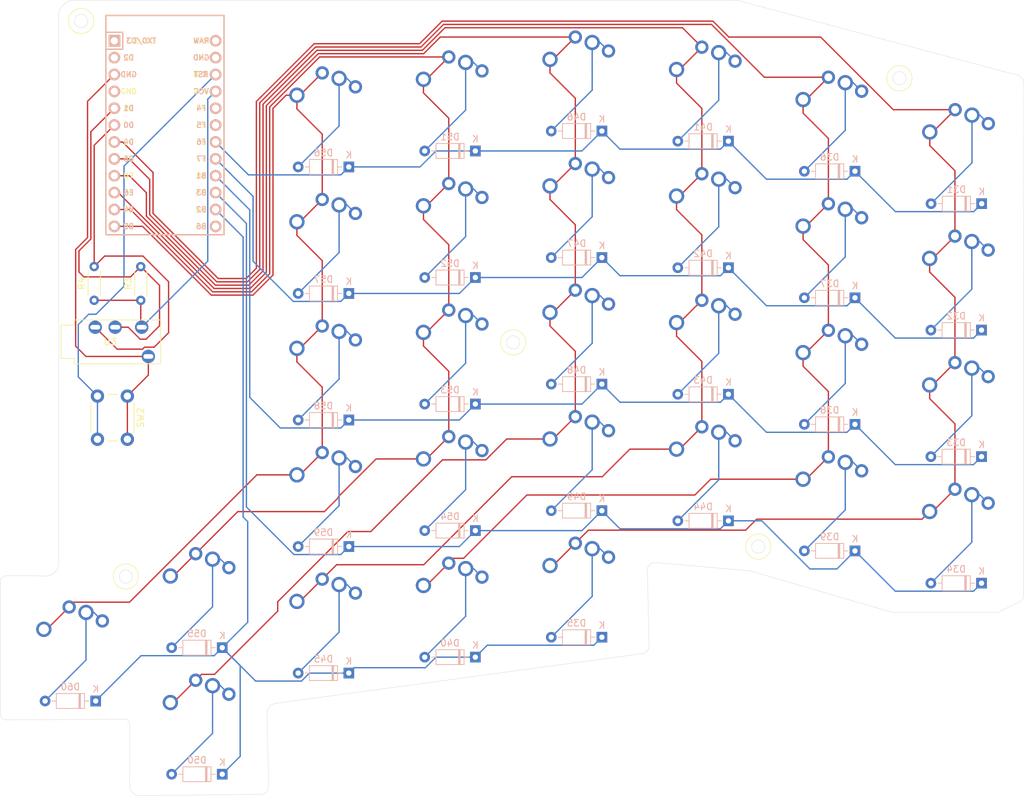
<source format=kicad_pcb>
(kicad_pcb (version 20241229) (generator "pcbnew") (generator_version "9.0")
  (layers (0 "F.Cu" signal) (2 "B.Cu" signal) (13 "F.Paste" user) (15 "B.Paste" user) (5 "F.SilkS" user "F.Silkscreen") (7 "B.SilkS" user "B.Silkscreen") (1 "F.Mask" user) (3 "B.Mask" user) (25 "Edge.Cuts" user))
  (net 0 "")
  (net 1 "R Row 0")
  (net 2 "Net-(D31-A)")
  (net 3 "Net-(D32-A)")
  (net 4 "R Row 1")
  (net 5 "Net-(D33-A)")
  (net 6 "R Row 2")
  (net 7 "R Row 3")
  (net 8 "Net-(D34-A)")
  (net 9 "R Row 4")
  (net 10 "Net-(D35-A)")
  (net 11 "Net-(D36-A)")
  (net 12 "Net-(D37-A)")
  (net 13 "Net-(D38-A)")
  (net 14 "Net-(D39-A)")
  (net 15 "Net-(D40-A)")
  (net 16 "Net-(D41-A)")
  (net 17 "Net-(D42-A)")
  (net 18 "Net-(D43-A)")
  (net 19 "Net-(D44-A)")
  (net 20 "Net-(D45-A)")
  (net 21 "Net-(D46-A)")
  (net 22 "Net-(D47-A)")
  (net 23 "Net-(D48-A)")
  (net 24 "Net-(D49-A)")
  (net 25 "Net-(D50-A)")
  (net 26 "Net-(D51-A)")
  (net 27 "Net-(D52-A)")
  (net 28 "Net-(D53-A)")
  (net 29 "Net-(D54-A)")
  (net 30 "Net-(D55-A)")
  (net 31 "Net-(D56-A)")
  (net 32 "Net-(D57-A)")
  (net 33 "Net-(D58-A)")
  (net 34 "Net-(D59-A)")
  (net 35 "Net-(D60-A)")
  (net 36 "R Ring2")
  (net 37 "R Ring1")
  (net 38 "R Col 0")
  (net 39 "R Col 1")
  (net 40 "R Col 2")
  (net 41 "R Col 3")
  (net 42 "R Col 4")
  (net 43 "R Col 5")
  (net 44 "R GND")
  (net 45 "R RST")
  (net 53 "R VCC")
  (footprint "PCM_marbastlib-xp-choc:SW_choc_MxCombo_1u" (layer "F.Cu") (at 185.9121 50.596976)
    (property "Reference" "S36" (hide yes))
    (property "Value" "Keyswitch")
  )
  (footprint "PCM_marbastlib-xp-choc:SW_choc_MxCombo_1u" (layer "F.Cu") (at 109.7121 68.996976)
    (property "Reference" "S57" (hide yes))
    (property "Value" "Keyswitch")
  )
  (footprint "PCM_marbastlib-xp-choc:SW_choc_MxCombo_1u" (layer "F.Cu") (at 109.7121 49.946976)
    (property "Reference" "S56" (hide yes))
    (property "Value" "Keyswitch")
  )
  (footprint "PCM_marbastlib-xp-choc:SW_choc_MxCombo_1u" (layer "F.Cu") (at 166.8621 65.121976)
    (property "Reference" "S42" (hide yes))
    (property "Value" "Keyswitch")
  )
  (footprint "PCM_marbastlib-xp-choc:SW_choc_MxCombo_1u" (layer "F.Cu") (at 128.7621 47.546976)
    (property "Reference" "S51" (hide yes))
    (property "Value" "Keyswitch")
  )
  (footprint "PCM_marbastlib-xp-choc:SW_choc_MxCombo_1u" (layer "F.Cu") (at 109.7121 107.096976)
    (property "Reference" "S59" (hide yes))
    (property "Value" "Keyswitch")
  )
  (footprint "PCM_marbastlib-xp-choc:SW_choc_MxCombo_1u" (layer "F.Cu") (at 204.9621 112.612788)
    (property "Reference" "S34" (hide yes))
    (property "Value" "Keyswitch")
  )
  (footprint "PCM_marbastlib-xp-choc:SW_choc_MxCombo_1u" (layer "F.Cu") (at 185.9121 69.646976)
    (property "Reference" "S37" (hide yes))
    (property "Value" "Keyswitch")
  )
  (footprint "PCM_marbastlib-xp-choc:SW_choc_MxCombo_1u" (layer "F.Cu") (at 204.987099 55.481164)
    (property "Reference" "S31" (hide yes))
    (property "Value" "Keyswitch")
  )
  (footprint "PCM_marbastlib-xp-choc:SW_choc_MxCombo_1u" (layer "F.Cu") (at 128.7621 85.646976)
    (property "Reference" "S53" (hide yes))
    (property "Value" "Keyswitch")
  )
  (footprint "Resistor_THT:R_Axial_DIN0204_L3.6mm_D1.6mm_P5.08mm_Horizontal" (layer "F.Cu") (at 75.38345 78.276189 90)
    (property "Reference" "R4")
    (property "Value" "R")
  )
  (footprint "PCM_marbastlib-xp-choc:SW_choc_MxCombo_1u" (layer "F.Cu") (at 90.6621 122.321976)
    (property "Reference" "S55" (hide yes))
    (property "Value" "Keyswitch")
  )
  (footprint "PCM_marbastlib-xp-choc:SW_choc_MxCombo_1u" (layer "F.Cu") (at 147.8121 82.646976)
    (property "Reference" "S48" (hide yes))
    (property "Value" "Keyswitch")
  )
  (footprint "PCM_marbastlib-xp-choc:SW_choc_MxCombo_1u" (layer "F.Cu") (at 128.7621 66.596976)
    (property "Reference" "S52" (hide yes))
    (property "Value" "Keyswitch")
  )
  (footprint "PCM_marbastlib-xp-choc:SW_choc_MxCombo_1u" (layer "F.Cu") (at 147.8121 120.746976)
    (property "Reference" "S35" (hide yes))
    (property "Value" "Keyswitch")
  )
  (footprint "PCM_marbastlib-xp-choc:SW_choc_MxCombo_1u" (layer "F.Cu") (at 166.8621 46.071976)
    (property "Reference" "S41" (hide yes))
    (property "Value" "Keyswitch")
  )
  (footprint "PCM_marbastlib-xp-choc:SW_choc_MxCombo_1u" (layer "F.Cu") (at 109.7121 88.046976)
    (property "Reference" "S58" (hide yes))
    (property "Value" "Keyswitch")
  )
  (footprint "Resistor_THT:R_Axial_DIN0204_L3.6mm_D1.6mm_P5.08mm_Horizontal" (layer "F.Cu") (at 82.39345 78.286189 90)
    (property "Reference" "R3")
    (property "Value" "R")
  )
  (footprint "PCM_marbastlib-xp-choc:SW_choc_MxCombo_1u" (layer "F.Cu") (at 109.7121 126.146976)
    (property "Reference" "S45" (hide yes))
    (property "Value" "Keyswitch")
  )
  (footprint "PCM_marbastlib-xp-choc:SW_choc_MxCombo_1u" (layer "F.Cu") (at 147.8121 63.596976)
    (property "Reference" "S47" (hide yes))
    (property "Value" "Keyswitch")
  )
  (footprint "PCM_marbastlib-xp-choc:SW_choc_MxCombo_1u" (layer "F.Cu") (at 166.8621 84.171976)
    (property "Reference" "S43" (hide yes))
    (property "Value" "Keyswitch")
  )
  (footprint "PCM_marbastlib-xp-choc:SW_choc_MxCombo_1u" (layer "F.Cu") (at 71.6121 130.346976)
    (property "Reference" "S60" (hide yes))
    (property "Value" "Keyswitch")
  )
  (footprint "ScottoKeebs_MCU:Arduino_Pro_Micro" (layer "F.Cu") (at 86.0371 53.176101)
    (property "Reference" "U4" (hide yes))
    (property "Value" "Arduino_Pro_Micro" (hide yes))
  )
  (footprint "PCM_marbastlib-xp-choc:SW_choc_MxCombo_1u" (layer "F.Cu") (at 128.7621 104.696976)
    (property "Reference" "S54" (hide yes))
    (property "Value" "Keyswitch")
  )
  (footprint "PCM_marbastlib-xp-choc:SW_choc_MxCombo_1u" (layer "F.Cu") (at 147.8121 101.696976)
    (property "Reference" "S49" (hide yes))
    (property "Value" "Keyswitch")
  )
  (footprint "PCM_marbastlib-xp-choc:SW_choc_MxCombo_1u" (layer "F.Cu") (at 166.8621 103.221976)
    (property "Reference" "S44" (hide yes))
    (property "Value" "Keyswitch")
  )
  (footprint "PCM_marbastlib-xp-choc:SW_choc_MxCombo_1u" (layer "F.Cu") (at 185.9121 88.696976)
    (property "Reference" "S38" (hide yes))
    (property "Value" "Keyswitch")
  )
  (footprint "Button_Switch_THT:SW_PUSH_6mm" (layer "F.Cu") (at 80.37845 92.696189 -90)
    (property "Reference" "SW2")
    (property "Value" "SW_Push")
  )
  (footprint "I2C:PJ-320A" (layer "F.Cu") (at 70.38845 82.330039)
    (property "Reference" "U3")
    (property "Value" "PJ-320A")
  )
  (footprint "PCM_marbastlib-xp-choc:SW_choc_MxCombo_1u" (layer "F.Cu") (at 204.9621 74.512788)
    (property "Reference" "S32" (hide yes))
    (property "Value" "Keyswitch")
  )
  (footprint "PCM_marbastlib-xp-choc:SW_choc_MxCombo_1u" (layer "F.Cu") (at 185.9121 107.746976)
    (property "Reference" "S39" (hide yes))
    (property "Value" "Keyswitch")
  )
  (footprint "PCM_marbastlib-xp-choc:SW_choc_MxCombo_1u" (layer "F.Cu") (at 128.7621 123.746976)
    (property "Reference" "S40" (hide yes))
    (property "Value" "Keyswitch")
  )
  (footprint "PCM_marbastlib-xp-choc:SW_choc_MxCombo_1u" (layer "F.Cu") (at 147.8121 44.546976)
    (property "Reference" "S46" (hide yes))
    (property "Value" "Keyswitch")
  )
  (footprint "PCM_marbastlib-xp-choc:SW_choc_MxCombo_1u" (layer "F.Cu") (at 204.9621 93.562788)
    (property "Reference" "S33" (hide yes))
    (property "Value" "Keyswitch")
  )
  (footprint "PCM_marbastlib-xp-choc:SW_choc_MxCombo_1u" (layer "F.Cu") (at 90.6621 141.371976)
    (property "Reference" "S50" (hide yes))
    (property "Value" "Keyswitch")
  )
  (footprint "Diode_THT:D_DO-35_SOD27_P7.62mm_Horizontal" (layer "B.Cu") (at 113.7121 58.196976 180)
    (property "Reference" "D56")
    (property "Value" "Diode")
  )
  (footprint "Diode_THT:D_DO-35_SOD27_P7.62mm_Horizontal" (layer "B.Cu") (at 170.8621 92.421976 180)
    (property "Reference" "D43")
    (property "Value" "Diode")
  )
  (footprint "Diode_THT:D_DO-35_SOD27_P7.62mm_Horizontal" (layer "B.Cu") (at 189.9121 96.946976 180)
    (property "Reference" "D38")
    (property "Value" "Diode")
  )
  (footprint "Diode_THT:D_DO-35_SOD27_P7.62mm_Horizontal" (layer "B.Cu") (at 208.9621 101.812788 180)
    (property "Reference" "D33")
    (property "Value" "Diode")
  )
  (footprint "Diode_THT:D_DO-35_SOD27_P7.62mm_Horizontal" (layer "B.Cu") (at 170.8621 54.321976 180)
    (property "Reference" "D41")
    (property "Value" "Diode")
  )
  (footprint "Diode_THT:D_DO-35_SOD27_P7.62mm_Horizontal" (layer "B.Cu") (at 94.6621 130.571976 180)
    (property "Reference" "D55")
    (property "Value" "Diode")
  )
  (footprint "Diode_THT:D_DO-35_SOD27_P7.62mm_Horizontal" (layer "B.Cu") (at 94.6621 149.621976 180)
    (property "Reference" "D50")
    (property "Value" "Diode")
  )
  (footprint "Diode_THT:D_DO-35_SOD27_P7.62mm_Horizontal" (layer "B.Cu") (at 113.7121 96.296976 180)
    (property "Reference" "D58")
    (property "Value" "Diode")
  )
  (footprint "Diode_THT:D_DO-35_SOD27_P7.62mm_Horizontal" (layer "B.Cu") (at 132.7621 112.946976 180)
    (property "Reference" "D54")
    (property "Value" "Diode")
  )
  (footprint "Diode_THT:D_DO-35_SOD27_P7.62mm_Horizontal" (layer "B.Cu") (at 189.9121 115.996976 180)
    (property "Reference" "D39")
    (property "Value" "Diode")
  )
  (footprint "Diode_THT:D_DO-35_SOD27_P7.62mm_Horizontal" (layer "B.Cu") (at 189.9121 58.846976 180)
    (property "Reference" "D36")
    (property "Value" "Diode")
  )
  (footprint "Diode_THT:D_DO-35_SOD27_P7.62mm_Horizontal" (layer "B.Cu") (at 151.8121 52.796976 180)
    (property "Reference" "D46")
    (property "Value" "Diode")
  )
  (footprint "Diode_THT:D_DO-35_SOD27_P7.62mm_Horizontal" (layer "B.Cu") (at 113.7121 115.346976 180)
    (property "Reference" "D59")
    (property "Value" "Diode")
  )
  (footprint "Diode_THT:D_DO-35_SOD27_P7.62mm_Horizontal" (layer "B.Cu") (at 151.8121 128.996976 180)
    (property "Reference" "D35")
    (property "Value" "Diode")
  )
  (footprint "Diode_THT:D_DO-35_SOD27_P7.62mm_Horizontal" (layer "B.Cu") (at 151.8121 90.896976 180)
    (property "Reference" "D48")
    (property "Value" "Diode")
  )
  (footprint "Diode_THT:D_DO-35_SOD27_P7.62mm_Horizontal" (layer "B.Cu") (at 170.8621 73.371976 180)
    (property "Reference" "D42")
    (property "Value" "Diode")
  )
  (footprint "Diode_THT:D_DO-35_SOD27_P7.62mm_Horizontal" (layer "B.Cu") (at 189.9121 77.896976 180)
    (property "Reference" "D37")
    (property "Value" "Diode")
  )
  (footprint "Diode_THT:D_DO-35_SOD27_P7.62mm_Horizontal" (layer "B.Cu") (at 113.7121 134.396976 180)
    (property "Reference" "D45")
    (property "Value" "Diode")
  )
  (footprint "Diode_THT:D_DO-35_SOD27_P7.62mm_Horizontal" (layer "B.Cu") (at 132.7621 74.846976 180)
    (property "Reference" "D52")
    (property "Value" "Diode")
  )
  (footprint "Diode_THT:D_DO-35_SOD27_P7.62mm_Horizontal" (layer "B.Cu") (at 208.9621 82.762788 180)
    (property "Reference" "D32")
    (property "Value" "Diode")
  )
  (footprint "Diode_THT:D_DO-35_SOD27_P7.62mm_Horizontal" (layer "B.Cu") (at 132.7621 93.896976 180)
    (property "Reference" "D53")
    (property "Value" "Diode")
  )
  (footprint "Diode_THT:D_DO-35_SOD27_P7.62mm_Horizontal" (layer "B.Cu") (at 132.7621 131.996976 180)
    (property "Reference" "D40")
    (property "Value" "Diode")
  )
  (footprint "Diode_THT:D_DO-35_SOD27_P7.62mm_Horizontal" (layer "B.Cu") (at 208.987099 63.731164 180)
    (property "Reference" "D31")
    (property "Value" "Diode")
  )
  (footprint "Diode_THT:D_DO-35_SOD27_P7.62mm_Horizontal" (layer "B.Cu") (at 208.9621 120.862788 180)
    (property "Reference" "D34")
    (property "Value" "Diode")
  )
  (footprint "Diode_THT:D_DO-35_SOD27_P7.62mm_Horizontal" (layer "B.Cu") (at 132.7621 55.796976 180)
    (property "Reference" "D51")
    (property "Value" "Diode")
  )
  (footprint "Diode_THT:D_DO-35_SOD27_P7.62mm_Horizontal" (layer "B.Cu") (at 170.8621 111.471976 180)
    (property "Reference" "D44")
    (property "Value" "Diode")
  )
  (footprint "Diode_THT:D_DO-35_SOD27_P7.62mm_Horizontal" (layer "B.Cu") (at 151.8121 71.846976 180)
    (property "Reference" "D47")
    (property "Value" "Diode")
  )
  (footprint "Diode_THT:D_DO-35_SOD27_P7.62mm_Horizontal" (layer "B.Cu") (at 113.7121 77.246976 180)
    (property "Reference" "D57")
    (property "Value" "Diode")
  )
  (footprint "Diode_THT:D_DO-35_SOD27_P7.62mm_Horizontal" (layer "B.Cu") (at 75.6121 138.596976 180)
    (property "Reference" "D60")
    (property "Value" "Diode")
  )
  (footprint "Diode_THT:D_DO-35_SOD27_P7.62mm_Horizontal" (layer "B.Cu") (at 151.8121 109.946976 180)
    (property "Reference" "D49")
    (property "Value" "Diode")
  )
  (gr_circle (center 138.45585 84.603226) (end 140.35585 84.603226) (stroke (width 0.1)) (fill no) (layer "F.SilkS"))
  (gr_circle (center 175.35585 115.353226) (end 177.25585 115.353226) (stroke (width 0.1)) (fill no) (layer "F.SilkS"))
  (gr_circle (center 80.15585 119.853226) (end 82.05585 119.853226) (stroke (width 0.1)) (fill no) (layer "F.SilkS"))
  (gr_circle (center 196.60585 44.853226) (end 198.50585 44.853226) (stroke (width 0.1)) (fill no) (layer "F.SilkS"))
  (gr_circle (center 73.418437 36.226189) (end 75.318437 36.226189) (stroke (width 0.1)) (fill no) (layer "F.SilkS"))
  (gr_line (start 195.4884 125.242301) (end 211.4884 125.242301) (stroke (width 0.05)) (layer "Edge.Cuts"))
  (gr_circle (center 73.418437 36.226189) (end 72.416437 36.224189) (stroke (width 0.05)) (fill no) (layer "Edge.Cuts"))
  (gr_arc (start 70.037149 117.757301) (mid 69.484053 119.181546) (end 68.08543 119.796561) (stroke (width 0.05)) (layer "Edge.Cuts"))
  (gr_line (start 82.250273 152.860428) (end 100.2984 152.632301) (stroke (width 0.05)) (layer "Edge.Cuts"))
  (gr_arc (start 79.927247 141.327781) (mid 80.496988 141.531358) (end 80.737618 142.086467) (stroke (width 0.05)) (layer "Edge.Cuts"))
  (gr_line (start 103.005975 138.909733) (end 157.711293 131.489408) (stroke (width 0.05)) (layer "Edge.Cuts"))
  (gr_arc (start 171.5284 33.112302) (mid 172.414306 33.168175) (end 173.268703 33.40892) (stroke (width 0.05)) (layer "Edge.Cuts"))
  (gr_line (start 174.0984 119.002301) (end 195.4884 125.242301) (stroke (width 0.05)) (layer "Edge.Cuts"))
  (gr_arc (start 158.65691 119.010707) (mid 158.928678 118.156742) (end 159.7309 117.757301) (stroke (width 0.05)) (layer "Edge.Cuts"))
  (gr_arc (start 82.250273 152.860428) (mid 81.168415 152.412286) (end 80.720273 151.330428) (stroke (width 0.05)) (layer "Edge.Cuts"))
  (gr_line (start 158.65691 119.010707) (end 158.9184 130.282301) (stroke (width 0.05)) (layer "Edge.Cuts"))
  (gr_arc (start 70.0371 35.476101) (mid 70.73464 33.792356) (end 72.4184 33.094852) (stroke (width 0.05)) (layer "Edge.Cuts"))
  (gr_line (start 80.737618 142.086467) (end 80.720273 151.330428) (stroke (width 0.05)) (layer "Edge.Cuts"))
  (gr_arc (start 215.306204 122.672301) (mid 215.056984 123.383012) (end 214.4184 123.7823) (stroke (width 0.05)) (layer "Edge.Cuts"))
  (gr_circle (center 175.35585 115.353226) (end 174.35385 115.351226) (stroke (width 0.05)) (fill no) (layer "Edge.Cuts"))
  (gr_arc (start 101.636969 151.445194) (mid 101.234668 152.339795) (end 100.2984 152.632301) (stroke (width 0.05)) (layer "Edge.Cuts"))
  (gr_line (start 68.08543 119.796561) (end 66.0784 119.752301) (stroke (width 0.05)) (layer "Edge.Cuts"))
  (gr_circle (center 80.15585 119.853226) (end 79.15385 119.851226) (stroke (width 0.05)) (fill no) (layer "Edge.Cuts"))
  (gr_line (start 66.0784 119.752301) (end 62.083723 119.751548) (stroke (width 0.05)) (layer "Edge.Cuts"))
  (gr_line (start 215.306204 122.672301) (end 215.3484 45.882301) (stroke (width 0.05)) (layer "Edge.Cuts"))
  (gr_line (start 70.0371 35.476101) (end 70.03715 117.757301) (stroke (width 0.05)) (layer "Edge.Cuts"))
  (gr_line (start 101.411773 140.713359) (end 101.636969 151.445194) (stroke (width 0.05)) (layer "Edge.Cuts"))
  (gr_line (start 213.8984 44.263501) (end 173.268703 33.40892) (stroke (width 0.05)) (layer "Edge.Cuts"))
  (gr_arc (start 61.24407 120.763598) (mid 61.465824 120.093241) (end 62.083723 119.751548) (stroke (width 0.05)) (layer "Edge.Cuts"))
  (gr_line (start 62.211053 141.445027) (end 79.927247 141.327781) (stroke (width 0.05)) (layer "Edge.Cuts"))
  (gr_line (start 159.7309 117.757301) (end 174.0984 119.002301) (stroke (width 0.05)) (layer "Edge.Cuts"))
  (gr_arc (start 101.411773 140.713359) (mid 101.79111 139.44229) (end 103.005975 138.909733) (stroke (width 0.05)) (layer "Edge.Cuts"))
  (gr_arc (start 213.8984 44.263501) (mid 214.985025 44.748984) (end 215.348399 45.882301) (stroke (width 0.05)) (layer "Edge.Cuts"))
  (gr_line (start 171.5284 33.112301) (end 72.4184 33.094852) (stroke (width 0.05)) (layer "Edge.Cuts"))
  (gr_arc (start 62.211053 141.445027) (mid 61.492573 141.1521) (end 61.232731 140.421003) (stroke (width 0.05)) (layer "Edge.Cuts"))
  (gr_line (start 214.4184 123.782301) (end 211.4884 125.242301) (stroke (width 0.05)) (layer "Edge.Cuts"))
  (gr_arc (start 158.9184 130.282301) (mid 158.564876 131.135884) (end 157.711293 131.489408) (stroke (width 0.05)) (layer "Edge.Cuts"))
  (gr_circle (center 138.45585 84.603226) (end 137.45385 84.601226) (stroke (width 0.05)) (fill no) (layer "Edge.Cuts"))
  (gr_line (start 61.244069 120.763598) (end 61.23273 140.421003) (stroke (width 0.05)) (layer "Edge.Cuts"))
  (gr_circle (center 196.60585 44.853226) (end 195.60385 44.851226) (stroke (width 0.05)) (fill no) (layer "Edge.Cuts"))
  (segment (start 154.5371 55.521976) (end 151.8121 52.796976) (width 0.2) (layer "B.Cu") (net 1))
  (segment (start 126.839157 55.796976) (end 124.439157 58.196976) (width 0.2) (layer "B.Cu") (net 1))
  (segment (start 169.6621 55.521976) (end 154.5371 55.521976) (width 0.2) (layer "B.Cu") (net 1))
  (segment (start 112.5121 59.396976) (end 98.607975 59.396976) (width 0.2) (layer "B.Cu") (net 1))
  (segment (start 151.8121 52.796976) (end 148.8121 55.796976) (width 0.2) (layer "B.Cu") (net 1))
  (segment (start 207.787099 64.931164) (end 195.996288 64.931164) (width 0.2) (layer "B.Cu") (net 1))
  (segment (start 176.5871 60.046976) (end 170.8621 54.321976) (width 0.2) (layer "B.Cu") (net 1))
  (segment (start 195.996288 64.931164) (end 189.9121 58.846976) (width 0.2) (layer "B.Cu") (net 1))
  (segment (start 124.439157 58.196976) (end 113.7121 58.196976) (width 0.2) (layer "B.Cu") (net 1))
  (segment (start 170.8621 54.321976) (end 169.6621 55.521976) (width 0.2) (layer "B.Cu") (net 1))
  (segment (start 113.7121 58.196976) (end 112.5121 59.396976) (width 0.2) (layer "B.Cu") (net 1))
  (segment (start 148.8121 55.796976) (end 132.7621 55.796976) (width 0.2) (layer "B.Cu") (net 1))
  (segment (start 189.9121 58.846976) (end 188.7121 60.046976) (width 0.2) (layer "B.Cu") (net 1))
  (segment (start 188.7121 60.046976) (end 176.5871 60.046976) (width 0.2) (layer "B.Cu") (net 1))
  (segment (start 132.7621 55.796976) (end 126.839157 55.796976) (width 0.2) (layer "B.Cu") (net 1))
  (segment (start 208.987099 63.731164) (end 207.787099 64.931164) (width 0.2) (layer "B.Cu") (net 1))
  (segment (start 98.607975 59.396976) (end 93.6571 54.446101) (width 0.2) (layer "B.Cu") (net 1))
  (segment (start 207.527099 50.401164) (end 207.527099 57.571164) (width 0.2) (layer "B.Cu") (net 2))
  (segment (start 208.707099 50.401164) (end 207.527099 50.401164) (width 0.2) (layer "B.Cu") (net 2))
  (segment (start 207.527099 57.571164) (end 201.367099 63.731164) (width 0.2) (layer "B.Cu") (net 2))
  (segment (start 209.987099 51.681164) (end 208.707099 50.401164) (width 0.2) (layer "B.Cu") (net 2))
  (segment (start 208.6821 69.432788) (end 207.5021 69.432788) (width 0.2) (layer "B.Cu") (net 3))
  (segment (start 209.9621 70.712788) (end 208.6821 69.432788) (width 0.2) (layer "B.Cu") (net 3))
  (segment (start 207.5021 69.432788) (end 207.5021 76.602788) (width 0.2) (layer "B.Cu") (net 3))
  (segment (start 207.5021 76.602788) (end 201.3421 82.762788) (width 0.2) (layer "B.Cu") (net 3))
  (segment (start 169.6621 74.571976) (end 154.5371 74.571976) (width 0.2) (layer "B.Cu") (net 4))
  (segment (start 132.7621 74.846976) (end 130.3621 77.246976) (width 0.2) (layer "B.Cu") (net 4))
  (segment (start 154.5371 74.571976) (end 151.8121 71.846976) (width 0.2) (layer "B.Cu") (net 4))
  (segment (start 208.9621 82.762788) (end 207.7621 83.962788) (width 0.2) (layer "B.Cu") (net 4))
  (segment (start 207.7621 83.962788) (end 195.977912 83.962788) (width 0.2) (layer "B.Cu") (net 4))
  (segment (start 148.8121 74.846976) (end 132.7621 74.846976) (width 0.2) (layer "B.Cu") (net 4))
  (segment (start 113.7121 77.246976) (end 112.5121 78.446976) (width 0.2) (layer "B.Cu") (net 4))
  (segment (start 130.3621 77.246976) (end 113.7121 77.246976) (width 0.2) (layer "B.Cu") (net 4))
  (segment (start 105.353049 78.446976) (end 99.302262 72.396189) (width 0.2) (layer "B.Cu") (net 4))
  (segment (start 151.8121 71.846976) (end 148.8121 74.846976) (width 0.2) (layer "B.Cu") (net 4))
  (segment (start 170.8621 73.371976) (end 169.6621 74.571976) (width 0.2) (layer "B.Cu") (net 4))
  (segment (start 189.9121 77.896976) (end 188.7121 79.096976) (width 0.2) (layer "B.Cu") (net 4))
  (segment (start 195.977912 83.962788) (end 189.9121 77.896976) (width 0.2) (layer "B.Cu") (net 4))
  (segment (start 99.302262 72.396189) (end 99.302262 62.631263) (width 0.2) (layer "B.Cu") (net 4))
  (segment (start 188.7121 79.096976) (end 176.5871 79.096976) (width 0.2) (layer "B.Cu") (net 4))
  (segment (start 176.5871 79.096976) (end 170.8621 73.371976) (width 0.2) (layer "B.Cu") (net 4))
  (segment (start 112.5121 78.446976) (end 105.353049 78.446976) (width 0.2) (layer "B.Cu") (net 4))
  (segment (start 99.302262 62.631263) (end 93.6571 56.986101) (width 0.2) (layer "B.Cu") (net 4))
  (segment (start 207.5021 95.652788) (end 201.3421 101.812788) (width 0.2) (layer "B.Cu") (net 5))
  (segment (start 207.5021 88.482788) (end 207.5021 95.652788) (width 0.2) (layer "B.Cu") (net 5))
  (segment (start 209.9621 89.762788) (end 208.6821 88.482788) (width 0.2) (layer "B.Cu") (net 5))
  (segment (start 208.6821 88.482788) (end 207.5021 88.482788) (width 0.2) (layer "B.Cu") (net 5))
  (segment (start 189.9121 96.946976) (end 188.7121 98.146976) (width 0.2) (layer "B.Cu") (net 6))
  (segment (start 98.802262 92.896189) (end 98.802262 64.671263) (width 0.2) (layer "B.Cu") (net 6))
  (segment (start 103.403049 97.496976) (end 98.802262 92.896189) (width 0.2) (layer "B.Cu") (net 6))
  (segment (start 208.9621 101.812788) (end 207.7621 103.012788) (width 0.2) (layer "B.Cu") (net 6))
  (segment (start 195.977912 103.012788) (end 189.9121 96.946976) (width 0.2) (layer "B.Cu") (net 6))
  (segment (start 112.5121 97.496976) (end 103.403049 97.496976) (width 0.2) (layer "B.Cu") (net 6))
  (segment (start 132.7621 93.896976) (end 130.3621 96.296976) (width 0.2) (layer "B.Cu") (net 6))
  (segment (start 169.6621 93.621976) (end 154.5371 93.621976) (width 0.2) (layer "B.Cu") (net 6))
  (segment (start 176.5871 98.146976) (end 170.8621 92.421976) (width 0.2) (layer "B.Cu") (net 6))
  (segment (start 207.7621 103.012788) (end 195.977912 103.012788) (width 0.2) (layer "B.Cu") (net 6))
  (segment (start 188.7121 98.146976) (end 176.5871 98.146976) (width 0.2) (layer "B.Cu") (net 6))
  (segment (start 154.5371 93.621976) (end 151.8121 90.896976) (width 0.2) (layer "B.Cu") (net 6))
  (segment (start 130.3621 96.296976) (end 113.7121 96.296976) (width 0.2) (layer "B.Cu") (net 6))
  (segment (start 148.8121 93.896976) (end 132.7621 93.896976) (width 0.2) (layer "B.Cu") (net 6))
  (segment (start 98.802262 64.671263) (end 93.6571 59.526101) (width 0.2) (layer "B.Cu") (net 6))
  (segment (start 170.8621 92.421976) (end 169.6621 93.621976) (width 0.2) (layer "B.Cu") (net 6))
  (segment (start 151.8121 90.896976) (end 148.8121 93.896976) (width 0.2) (layer "B.Cu") (net 6))
  (segment (start 113.7121 96.296976) (end 112.5121 97.496976) (width 0.2) (layer "B.Cu") (net 6))
  (segment (start 195.977912 122.062788) (end 189.9121 115.996976) (width 0.2) (layer "B.Cu") (net 7))
  (segment (start 98.302262 66.711263) (end 93.6571 62.066101) (width 0.2) (layer "B.Cu") (net 7))
  (segment (start 169.6621 112.671976) (end 154.5371 112.671976) (width 0.2) (layer "B.Cu") (net 7))
  (segment (start 187.191548 118.717528) (end 183.131919 118.717528) (width 0.2) (layer "B.Cu") (net 7))
  (segment (start 130.3621 115.346976) (end 113.7121 115.346976) (width 0.2) (layer "B.Cu") (net 7))
  (segment (start 154.5371 112.671976) (end 151.8121 109.946976) (width 0.2) (layer "B.Cu") (net 7))
  (segment (start 189.9121 115.996976) (end 187.191548 118.717528) (width 0.2) (layer "B.Cu") (net 7))
  (segment (start 207.7621 122.062788) (end 195.977912 122.062788) (width 0.2) (layer "B.Cu") (net 7))
  (segment (start 98.302262 109.396189) (end 98.302262 66.711263) (width 0.2) (layer "B.Cu") (net 7))
  (segment (start 151.8121 109.946976) (end 148.8121 112.946976) (width 0.2) (layer "B.Cu") (net 7))
  (segment (start 170.8621 111.471976) (end 169.6621 112.671976) (width 0.2) (layer "B.Cu") (net 7))
  (segment (start 175.886367 111.471976) (end 170.8621 111.471976) (width 0.2) (layer "B.Cu") (net 7))
  (segment (start 208.9621 120.862788) (end 207.7621 122.062788) (width 0.2) (layer "B.Cu") (net 7))
  (segment (start 148.8121 112.946976) (end 132.7621 112.946976) (width 0.2) (layer "B.Cu") (net 7))
  (segment (start 112.5121 116.546976) (end 105.453049 116.546976) (width 0.2) (layer "B.Cu") (net 7))
  (segment (start 105.453049 116.546976) (end 98.302262 109.396189) (width 0.2) (layer "B.Cu") (net 7))
  (segment (start 132.7621 112.946976) (end 130.3621 115.346976) (width 0.2) (layer "B.Cu") (net 7))
  (segment (start 113.7121 115.346976) (end 112.5121 116.546976) (width 0.2) (layer "B.Cu") (net 7))
  (segment (start 183.131919 118.717528) (end 175.886367 111.471976) (width 0.2) (layer "B.Cu") (net 7))
  (segment (start 207.5021 107.532788) (end 207.5021 114.702788) (width 0.2) (layer "B.Cu") (net 8))
  (segment (start 208.6821 107.532788) (end 207.5021 107.532788) (width 0.2) (layer "B.Cu") (net 8))
  (segment (start 209.9621 108.812788) (end 208.6821 107.532788) (width 0.2) (layer "B.Cu") (net 8))
  (segment (start 207.5021 114.702788) (end 201.3421 120.862788) (width 0.2) (layer "B.Cu") (net 8))
  (segment (start 82.4371 131.771976) (end 75.6121 138.596976) (width 0.2) (layer "B.Cu") (net 9))
  (segment (start 125.249944 133.586189) (end 114.522887 133.586189) (width 0.2) (layer "B.Cu") (net 9))
  (segment (start 98.492262 111.586189) (end 97.802262 110.896189) (width 0.2) (layer "B.Cu") (net 9))
  (segment (start 132.7621 131.996976) (end 126.839157 131.996976) (width 0.2) (layer "B.Cu") (net 9))
  (segment (start 107.789157 134.396976) (end 106.589157 135.596976) (width 0.2) (layer "B.Cu") (net 9))
  (segment (start 134.5621 130.196976) (end 132.7621 131.996976) (width 0.2) (layer "B.Cu") (net 9))
  (segment (start 93.4621 131.771976) (end 82.4371 131.771976) (width 0.2) (layer "B.Cu") (net 9))
  (segment (start 106.589157 135.596976) (end 99.6871 135.596976) (width 0.2) (layer "B.Cu") (net 9))
  (segment (start 94.6621 130.571976) (end 98.492262 126.741814) (width 0.2) (layer "B.Cu") (net 9))
  (segment (start 150.6121 130.196976) (end 134.5621 130.196976) (width 0.2) (layer "B.Cu") (net 9))
  (segment (start 114.522887 133.586189) (end 113.7121 134.396976) (width 0.2) (layer "B.Cu") (net 9))
  (segment (start 99.6871 135.596976) (end 94.6621 130.571976) (width 0.2) (layer "B.Cu") (net 9))
  (segment (start 97.802262 110.896189) (end 97.802262 68.751263) (width 0.2) (layer "B.Cu") (net 9))
  (segment (start 98.492262 126.741814) (end 98.492262 111.586189) (width 0.2) (layer "B.Cu") (net 9))
  (segment (start 97.3621 146.921976) (end 94.6621 149.621976) (width 0.2) (layer "B.Cu") (net 9))
  (segment (start 97.802262 68.751263) (end 93.6571 64.606101) (width 0.2) (layer "B.Cu") (net 9))
  (segment (start 151.8121 128.996976) (end 150.6121 130.196976) (width 0.2) (layer "B.Cu") (net 9))
  (segment (start 113.7121 134.396976) (end 107.789157 134.396976) (width 0.2) (layer "B.Cu") (net 9))
  (segment (start 94.6621 130.571976) (end 93.4621 131.771976) (width 0.2) (layer "B.Cu") (net 9))
  (segment (start 126.839157 131.996976) (end 125.249944 133.586189) (width 0.2) (layer "B.Cu") (net 9))
  (segment (start 97.3621 133.271976) (end 97.3621 146.921976) (width 0.2) (layer "B.Cu") (net 9))
  (segment (start 94.6621 130.571976) (end 97.3621 133.271976) (width 0.2) (layer "B.Cu") (net 9))
  (segment (start 150.3521 122.836976) (end 144.1921 128.996976) (width 0.2) (layer "B.Cu") (net 10))
  (segment (start 150.3521 115.666976) (end 150.3521 122.836976) (width 0.2) (layer "B.Cu") (net 10))
  (segment (start 152.8121 116.946976) (end 151.5321 115.666976) (width 0.2) (layer "B.Cu") (net 10))
  (segment (start 151.5321 115.666976) (end 150.3521 115.666976) (width 0.2) (layer "B.Cu") (net 10))
  (segment (start 190.9121 46.796976) (end 189.6321 45.516976) (width 0.2) (layer "B.Cu") (net 11))
  (segment (start 188.4521 45.516976) (end 188.4521 52.686976) (width 0.2) (layer "B.Cu") (net 11))
  (segment (start 188.4521 52.686976) (end 182.2921 58.846976) (width 0.2) (layer "B.Cu") (net 11))
  (segment (start 189.6321 45.516976) (end 188.4521 45.516976) (width 0.2) (layer "B.Cu") (net 11))
  (segment (start 188.4521 64.566976) (end 188.4521 71.736976) (width 0.2) (layer "B.Cu") (net 12))
  (segment (start 189.6321 64.566976) (end 188.4521 64.566976) (width 0.2) (layer "B.Cu") (net 12))
  (segment (start 188.4521 71.736976) (end 182.2921 77.896976) (width 0.2) (layer "B.Cu") (net 12))
  (segment (start 190.9121 65.846976) (end 189.6321 64.566976) (width 0.2) (layer "B.Cu") (net 12))
  (segment (start 188.4521 90.786976) (end 182.2921 96.946976) (width 0.2) (layer "B.Cu") (net 13))
  (segment (start 190.9121 84.896976) (end 189.6321 83.616976) (width 0.2) (layer "B.Cu") (net 13))
  (segment (start 189.6321 83.616976) (end 188.4521 83.616976) (width 0.2) (layer "B.Cu") (net 13))
  (segment (start 188.4521 83.616976) (end 188.4521 90.786976) (width 0.2) (layer "B.Cu") (net 13))
  (segment (start 189.6321 102.666976) (end 188.4521 102.666976) (width 0.2) (layer "B.Cu") (net 14))
  (segment (start 188.4521 109.836976) (end 182.2921 115.996976) (width 0.2) (layer "B.Cu") (net 14))
  (segment (start 188.4521 102.666976) (end 188.4521 109.836976) (width 0.2) (layer "B.Cu") (net 14))
  (segment (start 190.9121 103.946976) (end 189.6321 102.666976) (width 0.2) (layer "B.Cu") (net 14))
  (segment (start 133.7621 119.946976) (end 132.4821 118.666976) (width 0.2) (layer "B.Cu") (net 15))
  (segment (start 132.4821 118.666976) (end 131.3021 118.666976) (width 0.2) (layer "B.Cu") (net 15))
  (segment (start 131.3021 125.836976) (end 125.1421 131.996976) (width 0.2) (layer "B.Cu") (net 15))
  (segment (start 131.3021 118.666976) (end 131.3021 125.836976) (width 0.2) (layer "B.Cu") (net 15))
  (segment (start 169.4021 48.161976) (end 163.2421 54.321976) (width 0.2) (layer "B.Cu") (net 16))
  (segment (start 170.5821 40.991976) (end 169.4021 40.991976) (width 0.2) (layer "B.Cu") (net 16))
  (segment (start 171.8621 42.271976) (end 170.5821 40.991976) (width 0.2) (layer "B.Cu") (net 16))
  (segment (start 169.4021 40.991976) (end 169.4021 48.161976) (width 0.2) (layer "B.Cu") (net 16))
  (segment (start 170.5821 60.041976) (end 169.4021 60.041976) (width 0.2) (layer "B.Cu") (net 17))
  (segment (start 171.8621 61.321976) (end 170.5821 60.041976) (width 0.2) (layer "B.Cu") (net 17))
  (segment (start 169.4021 60.041976) (end 169.4021 67.211976) (width 0.2) (layer "B.Cu") (net 17))
  (segment (start 169.4021 67.211976) (end 163.2421 73.371976) (width 0.2) (layer "B.Cu") (net 17))
  (segment (start 169.4021 79.091976) (end 169.4021 86.261976) (width 0.2) (layer "B.Cu") (net 18))
  (segment (start 169.4021 86.261976) (end 163.2421 92.421976) (width 0.2) (layer "B.Cu") (net 18))
  (segment (start 170.5821 79.091976) (end 169.4021 79.091976) (width 0.2) (layer "B.Cu") (net 18))
  (segment (start 171.8621 80.371976) (end 170.5821 79.091976) (width 0.2) (layer "B.Cu") (net 18))
  (segment (start 169.4021 98.141976) (end 169.4021 105.311976) (width 0.2) (layer "B.Cu") (net 19))
  (segment (start 171.8621 99.421976) (end 170.5821 98.141976) (width 0.2) (layer "B.Cu") (net 19))
  (segment (start 169.4021 105.311976) (end 163.2421 111.471976) (width 0.2) (layer "B.Cu") (net 19))
  (segment (start 170.5821 98.141976) (end 169.4021 98.141976) (width 0.2) (layer "B.Cu") (net 19))
  (segment (start 112.2521 121.066976) (end 112.2521 128.236976) (width 0.2) (layer "B.Cu") (net 20))
  (segment (start 112.2521 128.236976) (end 106.0921 134.396976) (width 0.2) (layer "B.Cu") (net 20))
  (segment (start 114.7121 122.346976) (end 113.4321 121.066976) (width 0.2) (layer "B.Cu") (net 20))
  (segment (start 113.4321 121.066976) (end 112.2521 121.066976) (width 0.2) (layer "B.Cu") (net 20))
  (segment (start 151.5321 39.466976) (end 150.3521 39.466976) (width 0.2) (layer "B.Cu") (net 21))
  (segment (start 150.3521 46.636976) (end 144.1921 52.796976) (width 0.2) (layer "B.Cu") (net 21))
  (segment (start 152.8121 40.746976) (end 151.5321 39.466976) (width 0.2) (layer "B.Cu") (net 21))
  (segment (start 150.3521 39.466976) (end 150.3521 46.636976) (width 0.2) (layer "B.Cu") (net 21))
  (segment (start 150.3521 65.686976) (end 144.1921 71.846976) (width 0.2) (layer "B.Cu") (net 22))
  (segment (start 152.8121 59.796976) (end 151.5321 58.516976) (width 0.2) (layer "B.Cu") (net 22))
  (segment (start 151.5321 58.516976) (end 150.3521 58.516976) (width 0.2) (layer "B.Cu") (net 22))
  (segment (start 150.3521 58.516976) (end 150.3521 65.686976) (width 0.2) (layer "B.Cu") (net 22))
  (segment (start 150.3521 77.566976) (end 150.3521 84.736976) (width 0.2) (layer "B.Cu") (net 23))
  (segment (start 150.3521 84.736976) (end 144.1921 90.896976) (width 0.2) (layer "B.Cu") (net 23))
  (segment (start 151.5321 77.566976) (end 150.3521 77.566976) (width 0.2) (layer "B.Cu") (net 23))
  (segment (start 152.8121 78.846976) (end 151.5321 77.566976) (width 0.2) (layer "B.Cu") (net 23))
  (segment (start 150.3521 103.786976) (end 144.1921 109.946976) (width 0.2) (layer "B.Cu") (net 24))
  (segment (start 151.5321 96.616976) (end 150.3521 96.616976) (width 0.2) (layer "B.Cu") (net 24))
  (segment (start 152.8121 97.896976) (end 151.5321 96.616976) (width 0.2) (layer "B.Cu") (net 24))
  (segment (start 150.3521 96.616976) (end 150.3521 103.786976) (width 0.2) (layer "B.Cu") (net 24))
  (segment (start 94.3821 136.291976) (end 93.2021 136.291976) (width 0.2) (layer "B.Cu") (net 25))
  (segment (start 93.2021 143.461976) (end 87.0421 149.621976) (width 0.2) (layer "B.Cu") (net 25))
  (segment (start 93.2021 136.291976) (end 93.2021 143.461976) (width 0.2) (layer "B.Cu") (net 25))
  (segment (start 95.6621 137.571976) (end 94.3821 136.291976) (width 0.2) (layer "B.Cu") (net 25))
  (segment (start 131.3021 42.466976) (end 131.3021 49.636976) (width 0.2) (layer "B.Cu") (net 26))
  (segment (start 132.4821 42.466976) (end 131.3021 42.466976) (width 0.2) (layer "B.Cu") (net 26))
  (segment (start 133.7621 43.746976) (end 132.4821 42.466976) (width 0.2) (layer "B.Cu") (net 26))
  (segment (start 131.3021 49.636976) (end 125.1421 55.796976) (width 0.2) (layer "B.Cu") (net 26))
  (segment (start 131.3021 61.516976) (end 131.3021 68.686976) (width 0.2) (layer "B.Cu") (net 27))
  (segment (start 133.7621 62.796976) (end 132.4821 61.516976) (width 0.2) (layer "B.Cu") (net 27))
  (segment (start 132.4821 61.516976) (end 131.3021 61.516976) (width 0.2) (layer "B.Cu") (net 27))
  (segment (start 131.3021 68.686976) (end 125.1421 74.846976) (width 0.2) (layer "B.Cu") (net 27))
  (segment (start 131.3021 87.736976) (end 125.1421 93.896976) (width 0.2) (layer "B.Cu") (net 28))
  (segment (start 131.3021 80.566976) (end 131.3021 87.736976) (width 0.2) (layer "B.Cu") (net 28))
  (segment (start 133.7621 81.846976) (end 132.4821 80.566976) (width 0.2) (layer "B.Cu") (net 28))
  (segment (start 132.4821 80.566976) (end 131.3021 80.566976) (width 0.2) (layer "B.Cu") (net 28))
  (segment (start 131.3021 99.616976) (end 131.3021 106.786976) (width 0.2) (layer "B.Cu") (net 29))
  (segment (start 133.7621 100.896976) (end 132.4821 99.616976) (width 0.2) (layer "B.Cu") (net 29))
  (segment (start 132.4821 99.616976) (end 131.3021 99.616976) (width 0.2) (layer "B.Cu") (net 29))
  (segment (start 131.3021 106.786976) (end 125.1421 112.946976) (width 0.2) (layer "B.Cu") (net 29))
  (segment (start 93.2021 124.411976) (end 87.0421 130.571976) (width 0.2) (layer "B.Cu") (net 30))
  (segment (start 95.6621 118.521976) (end 94.3821 117.241976) (width 0.2) (layer "B.Cu") (net 30))
  (segment (start 93.2021 117.241976) (end 93.2021 124.411976) (width 0.2) (layer "B.Cu") (net 30))
  (segment (start 94.3821 117.241976) (end 93.2021 117.241976) (width 0.2) (layer "B.Cu") (net 30))
  (segment (start 114.7121 46.146976) (end 113.4321 44.866976) (width 0.2) (layer "B.Cu") (net 31))
  (segment (start 112.2521 52.036976) (end 106.0921 58.196976) (width 0.2) (layer "B.Cu") (net 31))
  (segment (start 113.4321 44.866976) (end 112.2521 44.866976) (width 0.2) (layer "B.Cu") (net 31))
  (segment (start 112.2521 44.866976) (end 112.2521 52.036976) (width 0.2) (layer "B.Cu") (net 31))
  (segment (start 112.2521 63.916976) (end 112.2521 71.086976) (width 0.2) (layer "B.Cu") (net 32))
  (segment (start 114.7121 65.196976) (end 113.4321 63.916976) (width 0.2) (layer "B.Cu") (net 32))
  (segment (start 113.4321 63.916976) (end 112.2521 63.916976) (width 0.2) (layer "B.Cu") (net 32))
  (segment (start 112.2521 71.086976) (end 106.0921 77.246976) (width 0.2) (layer "B.Cu") (net 32))
  (segment (start 113.4321 82.966976) (end 112.2521 82.966976) (width 0.2) (layer "B.Cu") (net 33))
  (segment (start 112.2521 90.136976) (end 106.0921 96.296976) (width 0.2) (layer "B.Cu") (net 33))
  (segment (start 114.7121 84.246976) (end 113.4321 82.966976) (width 0.2) (layer "B.Cu") (net 33))
  (segment (start 112.2521 82.966976) (end 112.2521 90.136976) (width 0.2) (layer "B.Cu") (net 33))
  (segment (start 112.2521 102.016976) (end 112.2521 109.186976) (width 0.2) (layer "B.Cu") (net 34))
  (segment (start 113.4321 102.016976) (end 112.2521 102.016976) (width 0.2) (layer "B.Cu") (net 34))
  (segment (start 112.2521 109.186976) (end 106.0921 115.346976) (width 0.2) (layer "B.Cu") (net 34))
  (segment (start 114.7121 103.296976) (end 113.4321 102.016976) (width 0.2) (layer "B.Cu") (net 34))
  (segment (start 74.1521 132.436976) (end 67.9921 138.596976) (width 0.2) (layer "B.Cu") (net 35))
  (segment (start 76.6121 126.546976) (end 75.3321 125.266976) (width 0.2) (layer "B.Cu") (net 35))
  (segment (start 75.3321 125.266976) (end 74.1521 125.266976) (width 0.2) (layer "B.Cu") (net 35))
  (segment (start 74.1521 125.266976) (end 74.1521 132.436976) (width 0.2) (layer "B.Cu") (net 35))
  (segment (start 73.092262 70.837377) (end 74.88345 69.046189) (width 0.2) (layer "F.Cu") (net 36))
  (segment (start 82.39345 73.206189) (end 80.84345 74.756189) (width 0.2) (layer "F.Cu") (net 36))
  (segment (start 73.812262 74.756189) (end 73.812262 74.736189) (width 0.2) (layer "F.Cu") (net 36))
  (segment (start 80.84345 74.756189) (end 73.812262 74.756189) (width 0.2) (layer "F.Cu") (net 36))
  (segment (start 74.88345 52.899751) (end 78.4171 49.366101) (width 0.2) (layer "F.Cu") (net 36))
  (segment (start 83.202262 84.126189) (end 85.222262 82.106189) (width 0.2) (layer "F.Cu") (net 36))
  (segment (start 73.812262 74.736189) (end 73.092262 74.016189) (width 0.2) (layer "F.Cu") (net 36))
  (segment (start 74.88345 69.046189) (end 74.88345 52.899751) (width 0.2) (layer "F.Cu") (net 36))
  (segment (start 80.506112 82.330039) (end 82.302262 84.126189) (width 0.2) (layer "F.Cu") (net 36))
  (segment (start 73.092262 74.016189) (end 73.092262 70.837377) (width 0.2) (layer "F.Cu") (net 36))
  (segment (start 82.302262 84.126189) (end 83.202262 84.126189) (width 0.2) (layer "F.Cu") (net 36))
  (segment (start 78.53845 82.330039) (end 80.506112 82.330039) (width 0.2) (layer "F.Cu") (net 36))
  (segment (start 85.222262 82.106189) (end 85.222262 76.035001) (width 0.2) (layer "F.Cu") (net 36))
  (segment (start 85.222262 76.035001) (end 82.39345 73.206189) (width 0.2) (layer "F.Cu") (net 36))
  (segment (start 82.658551 85.630039) (end 82.958551 85.330039) (width 0.2) (layer "F.Cu") (net 37))
  (segment (start 86.582262 83.166189) (end 86.582262 75.476189) (width 0.2) (layer "F.Cu") (net 37))
  (segment (start 82.958551 85.330039) (end 84.418412 85.330039) (width 0.2) (layer "F.Cu") (net 37))
  (segment (start 75.38345 54.939751) (end 78.4171 51.906101) (width 0.2) (layer "F.Cu") (net 37))
  (segment (start 78.83845 85.630039) (end 82.658551 85.630039) (width 0.2) (layer "F.Cu") (net 37))
  (segment (start 75.38345 73.196189) (end 75.38345 54.939751) (width 0.2) (layer "F.Cu") (net 37))
  (segment (start 76.96345 71.616189) (end 75.38345 73.196189) (width 0.2) (layer "F.Cu") (net 37))
  (segment (start 82.722262 71.616189) (end 76.96345 71.616189) (width 0.2) (layer "F.Cu") (net 37))
  (segment (start 75.53845 82.330039) (end 78.83845 85.630039) (width 0.2) (layer "F.Cu") (net 37))
  (segment (start 84.418412 85.330039) (end 86.582262 83.166189) (width 0.2) (layer "F.Cu") (net 37))
  (segment (start 86.582262 75.476189) (end 82.722262 71.616189) (width 0.2) (layer "F.Cu") (net 37))
  (segment (start 195.676187 49.581164) (end 184.745684 38.650661) (width 0.2) (layer "F.Cu") (net 38))
  (segment (start 201.6021 91.022788) (end 201.1521 91.022788) (width 0.2) (layer "F.Cu") (net 38))
  (segment (start 124.370944 39.646976) (end 127.770944 36.246976) (width 0.2) (layer "F.Cu") (net 38))
  (segment (start 100.526636 47.620563) (end 100.401636 47.745563) (width 0.2) (layer "F.Cu") (net 38))
  (segment (start 98.246732 74.996189) (end 94.047792 74.996189) (width 0.2) (layer "F.Cu") (net 38))
  (segment (start 100.401636 47.745563) (end 100.401634 47.745563) (width 0.2) (layer "F.Cu") (net 38))
  (segment (start 108.500222 39.646976) (end 100.526636 47.620563) (width 0.2) (layer "F.Cu") (net 38))
  (segment (start 204.987099 49.581164) (end 201.627099 52.941164) (width 0.2) (layer "F.Cu") (net 38))
  (segment (start 184.745684 38.650661) (end 170.927791 38.650661) (width 0.2) (layer "F.Cu") (net 38))
  (segment (start 201.177099 54.985939) (end 204.9621 58.77094) (width 0.2) (layer "F.Cu") (net 38))
  (segment (start 144.4521 118.206976) (end 144.0021 118.206976) (width 0.2) (layer "F.Cu") (net 38))
  (segment (start 200.0021 111.222788) (end 175.109798 111.222788) (width 0.2) (layer "F.Cu") (net 38))
  (segment (start 147.8121 114.846976) (end 144.4521 118.206976) (width 0.2) (layer "F.Cu") (net 38))
  (segment (start 204.9621 96.877563) (end 204.9621 106.712788) (width 0.2) (layer "F.Cu") (net 38))
  (segment (start 201.6021 71.972788) (end 201.1521 71.972788) (width 0.2) (layer "F.Cu") (net 38))
  (segment (start 201.1521 110.072788) (end 200.0021 111.222788) (width 0.2) (layer "F.Cu") (net 38))
  (segment (start 170.927791 38.650661) (end 168.524106 36.246976) (width 0.2) (layer "F.Cu") (net 38))
  (segment (start 204.9621 58.77094) (end 204.9621 68.612788) (width 0.2) (layer "F.Cu") (net 38))
  (segment (start 173.450738 112.881848) (end 149.777228 112.881848) (width 0.2) (layer "F.Cu") (net 38))
  (segment (start 100.401634 47.745563) (end 99.802262 48.344935) (width 0.2) (layer "F.Cu") (net 38))
  (segment (start 204.9621 77.827563) (end 204.9621 87.662788) (width 0.2) (layer "F.Cu") (net 38))
  (segment (start 84.242262 59.031988) (end 79.656375 54.446101) (width 0.2) (layer "F.Cu") (net 38))
  (segment (start 175.109798 111.222788) (end 173.450738 112.881848) (width 0.2) (layer "F.Cu") (net 38))
  (segment (start 99.802262 48.344935) (end 99.802262 73.440659) (width 0.2) (layer "F.Cu") (net 38))
  (segment (start 108.500221 39.646976) (end 108.500222 39.646976) (width 0.2) (layer "F.Cu") (net 38))
  (segment (start 100.526636 47.620563) (end 100.401635 47.745563) (width 0.2) (layer "F.Cu") (net 38))
  (segment (start 94.047792 74.996189) (end 84.242262 65.190659) (width 0.2) (layer "F.Cu") (net 38))
  (segment (start 201.6021 110.072788) (end 201.1521 110.072788) (width 0.2) (layer "F.Cu") (net 38))
  (segment (start 204.9621 106.712788) (end 201.6021 110.072788) (width 0.2) (layer "F.Cu") (net 38))
  (segment (start 201.1521 74.017563) (end 204.9621 77.827563) (width 0.2) (layer "F.Cu") (net 38))
  (segment (start 84.242262 65.190659) (end 84.242262 59.031988) (width 0.2) (layer "F.Cu") (net 38))
  (segment (start 201.1521 93.067563) (end 204.9621 96.877563) (width 0.2) (layer "F.Cu") (net 38))
  (segment (start 204.9621 87.662788) (end 201.6021 91.022788) (width 0.2) (layer "F.Cu") (net 38))
  (segment (start 201.177099 52.941164) (end 201.177099 54.985939) (width 0.2) (layer "F.Cu") (net 38))
  (segment (start 79.656375 54.446101) (end 78.4171 54.446101) (width 0.2) (layer "F.Cu") (net 38))
  (segment (start 127.770944 36.246976) (end 168.524106 36.246976) (width 0.2) (layer "F.Cu") (net 38))
  (segment (start 149.777228 112.881848) (end 147.8121 114.846976) (width 0.2) (layer "F.Cu") (net 38))
  (segment (start 201.1521 91.022788) (end 201.1521 93.067563) (width 0.2) (layer "F.Cu") (net 38))
  (segment (start 204.9621 68.612788) (end 201.6021 71.972788) (width 0.2) (layer "F.Cu") (net 38))
  (segment (start 108.500221 39.646976) (end 124.370944 39.646976) (width 0.2) (layer "F.Cu") (net 38))
  (segment (start 99.802262 73.440659) (end 98.246732 74.996189) (width 0.2) (layer "F.Cu") (net 38))
  (segment (start 204.987099 49.581164) (end 195.676187 49.581164) (width 0.2) (layer "F.Cu") (net 38))
  (segment (start 201.627099 52.941164) (end 201.177099 52.941164) (width 0.2) (layer "F.Cu") (net 38))
  (segment (start 201.1521 71.972788) (end 201.1521 74.017563) (width 0.2) (layer "F.Cu") (net 38))
  (segment (start 182.1021 48.056976) (end 182.1021 50.101751) (width 0.2) (layer "F.Cu") (net 39))
  (segment (start 83.742262 65.397765) (end 83.742262 60.086189) (width 0.2) (layer "F.Cu") (net 39))
  (segment (start 182.5521 48.056976) (end 182.1021 48.056976) (width 0.2) (layer "F.Cu") (net 39))
  (segment (start 140.522887 107.586189) (end 130.9921 117.116976) (width 0.2) (layer "F.Cu") (net 39))
  (segment (start 165.812662 107.586189) (end 140.522887 107.586189) (width 0.2) (layer "F.Cu") (net 39))
  (segment (start 185.9121 92.011751) (end 185.9121 101.846976) (width 0.2) (layer "F.Cu") (net 39))
  (segment (start 185.9121 44.696976) (end 176.266999 44.696976) (width 0.2) (layer "F.Cu") (net 39))
  (segment (start 129.4921 117.116976) (end 128.7621 117.846976) (width 0.2) (layer "F.Cu") (net 39))
  (segment (start 182.5521 105.206976) (end 182.1021 105.206976) (width 0.2) (layer "F.Cu") (net 39))
  (segment (start 182.1021 50.101751) (end 185.9121 53.911751) (width 0.2) (layer "F.Cu") (net 39))
  (segment (start 98.453838 75.496189) (end 93.840686 75.496189) (width 0.2) (layer "F.Cu") (net 39))
  (segment (start 176.266999 44.696976) (end 168.316999 36.746976) (width 0.2) (layer "F.Cu") (net 39))
  (segment (start 185.9121 82.796976) (end 182.5521 86.156976) (width 0.2) (layer "F.Cu") (net 39))
  (segment (start 100.302262 73.647765) (end 98.453838 75.496189) (width 0.2) (layer "F.Cu") (net 39))
  (segment (start 80.642174 56.986101) (end 78.4171 56.986101) (width 0.2) (layer "F.Cu") (net 39))
  (segment (start 124.57805 40.146976) (end 108.707328 40.146976) (width 0.2) (layer "F.Cu") (net 39))
  (segment (start 182.5521 67.106976) (end 182.1021 67.106976) (width 0.2) (layer "F.Cu") (net 39))
  (segment (start 83.742262 60.086189) (end 80.642174 56.986101) (width 0.2) (layer "F.Cu") (net 39))
  (segment (start 182.1021 88.201751) (end 185.9121 92.011751) (width 0.2) (layer "F.Cu") (net 39))
  (segment (start 182.1021 86.156976) (end 182.1021 88.201751) (width 0.2) (layer "F.Cu") (net 39))
  (segment (start 182.1021 105.206976) (end 168.191875 105.206976) (width 0.2) (layer "F.Cu") (net 39))
  (segment (start 108.707328 40.146976) (end 100.302262 48.552042) (width 0.2) (layer "F.Cu") (net 39))
  (segment (start 185.9121 53.911751) (end 185.9121 63.746976) (width 0.2) (layer "F.Cu") (net 39))
  (segment (start 185.9121 72.961751) (end 185.9121 82.796976) (width 0.2) (layer "F.Cu") (net 39))
  (segment (start 127.97805 36.746976) (end 124.57805 40.146976) (width 0.2) (layer "F.Cu") (net 39))
  (segment (start 100.302262 48.552042) (end 100.302262 73.647765) (width 0.2) (layer "F.Cu") (net 39))
  (segment (start 182.1021 69.151751) (end 185.9121 72.961751) (width 0.2) (layer "F.Cu") (net 39))
  (segment (start 185.9121 101.846976) (end 182.5521 105.206976) (width 0.2) (layer "F.Cu") (net 39))
  (segment (start 182.5521 86.156976) (end 182.1021 86.156976) (width 0.2) (layer "F.Cu") (net 39))
  (segment (start 125.4021 121.206976) (end 124.9521 121.206976) (width 0.2) (layer "F.Cu") (net 39))
  (segment (start 185.9121 63.746976) (end 182.5521 67.106976) (width 0.2) (layer "F.Cu") (net 39))
  (segment (start 168.316999 36.746976) (end 127.97805 36.746976) (width 0.2) (layer "F.Cu") (net 39))
  (segment (start 182.1021 67.106976) (end 182.1021 69.151751) (width 0.2) (layer "F.Cu") (net 39))
  (segment (start 128.7621 117.846976) (end 125.4021 121.206976) (width 0.2) (layer "F.Cu") (net 39))
  (segment (start 93.840686 75.496189) (end 83.742262 65.397765) (width 0.2) (layer "F.Cu") (net 39))
  (segment (start 168.191875 105.206976) (end 165.812662 107.586189) (width 0.2) (layer "F.Cu") (net 39))
  (segment (start 130.9921 117.116976) (end 129.4921 117.116976) (width 0.2) (layer "F.Cu") (net 39))
  (segment (start 185.9121 44.696976) (end 182.5521 48.056976) (width 0.2) (layer "F.Cu") (net 39))
  (segment (start 166.8621 40.171976) (end 163.9371 37.246976) (width 0.2) (layer "F.Cu") (net 40))
  (segment (start 163.9371 37.246976) (end 128.185156 37.246976) (width 0.2) (layer "F.Cu") (net 40))
  (segment (start 166.8621 87.486751) (end 166.8621 97.321976) (width 0.2) (layer "F.Cu") (net 40))
  (segment (start 111.872887 118.086189) (end 109.7121 120.246976) (width 0.2) (layer "F.Cu") (net 40))
  (segment (start 151.869943 104.836189) (end 138.242262 104.836189) (width 0.2) (layer "F.Cu") (net 40))
  (segment (start 163.0521 45.576751) (end 166.8621 49.386751) (width 0.2) (layer "F.Cu") (net 40))
  (segment (start 166.8621 78.271976) (end 163.5021 81.631976) (width 0.2) (layer "F.Cu") (net 40))
  (segment (start 128.185156 37.246976) (end 124.785156 40.646976) (width 0.2) (layer "F.Cu") (net 40))
  (segment (start 124.785156 40.646976) (end 108.914435 40.646976) (width 0.2) (layer "F.Cu") (net 40))
  (segment (start 166.8621 40.171976) (end 163.5021 43.531976) (width 0.2) (layer "F.Cu") (net 40))
  (segment (start 109.7121 120.246976) (end 106.3521 123.606976) (width 0.2) (layer "F.Cu") (net 40))
  (segment (start 156.024156 100.681976) (end 151.869943 104.836189) (width 0.2) (layer "F.Cu") (net 40))
  (segment (start 124.992262 118.086189) (end 111.872887 118.086189) (width 0.2) (layer "F.Cu") (net 40))
  (segment (start 108.914435 40.646976) (end 103.608742 45.952669) (width 0.2) (layer "F.Cu") (net 40))
  (segment (start 163.5021 100.681976) (end 163.0521 100.681976) (width 0.2) (layer "F.Cu") (net 40))
  (segment (start 103.608741 45.952669) (end 100.802262 48.759148) (width 0.2) (layer "F.Cu") (net 40))
  (segment (start 163.0521 62.581976) (end 163.0521 64.626751) (width 0.2) (layer "F.Cu") (net 40))
  (segment (start 83.242262 62.086189) (end 80.682174 59.526101) (width 0.2) (layer "F.Cu") (net 40))
  (segment (start 163.0521 100.681976) (end 156.024156 100.681976) (width 0.2) (layer "F.Cu") (net 40))
  (segment (start 166.8621 97.321976) (end 163.5021 100.681976) (width 0.2) (layer "F.Cu") (net 40))
  (segment (start 166.8621 59.221976) (end 163.5021 62.581976) (width 0.2) (layer "F.Cu") (net 40))
  (segment (start 163.0521 43.531976) (end 163.0521 45.576751) (width 0.2) (layer "F.Cu") (net 40))
  (segment (start 138.242262 104.836189) (end 124.992262 118.086189) (width 0.2) (layer "F.Cu") (net 40))
  (segment (start 166.8621 68.436751) (end 166.8621 78.271976) (width 0.2) (layer "F.Cu") (net 40))
  (segment (start 163.5021 43.531976) (end 163.0521 43.531976) (width 0.2) (layer "F.Cu") (net 40))
  (segment (start 100.802262 48.759148) (end 100.802262 73.854871) (width 0.2) (layer "F.Cu") (net 40))
  (segment (start 163.0521 64.626751) (end 166.8621 68.436751) (width 0.2) (layer "F.Cu") (net 40))
  (segment (start 163.5021 81.631976) (end 163.0521 81.631976) (width 0.2) (layer "F.Cu") (net 40))
  (segment (start 103.608742 45.952669) (end 103.608741 45.952669) (width 0.2) (layer "F.Cu") (net 40))
  (segment (start 166.8621 49.386751) (end 166.8621 59.221976) (width 0.2) (layer "F.Cu") (net 40))
  (segment (start 93.63358 75.996189) (end 83.242262 65.604871) (width 0.2) (layer "F.Cu") (net 40))
  (segment (start 163.5021 62.581976) (end 163.0521 62.581976) (width 0.2) (layer "F.Cu") (net 40))
  (segment (start 98.660944 75.996189) (end 93.63358 75.996189) (width 0.2) (layer "F.Cu") (net 40))
  (segment (start 163.0521 83.676751) (end 166.8621 87.486751) (width 0.2) (layer "F.Cu") (net 40))
  (segment (start 163.0521 81.631976) (end 163.0521 83.676751) (width 0.2) (layer "F.Cu") (net 40))
  (segment (start 106.3521 123.606976) (end 105.9021 123.606976) (width 0.2) (layer "F.Cu") (net 40))
  (segment (start 100.802262 73.854871) (end 98.660944 75.996189) (width 0.2) (layer "F.Cu") (net 40))
  (segment (start 83.242262 65.604871) (end 83.242262 62.086189) (width 0.2) (layer "F.Cu") (net 40))
  (segment (start 80.682174 59.526101) (end 78.4171 59.526101) (width 0.2) (layer "F.Cu") (net 40))
  (segment (start 147.8121 38.646976) (end 127.492262 38.646976) (width 0.2) (layer "F.Cu") (net 41))
  (segment (start 144.0021 44.051751) (end 147.8121 47.861751) (width 0.2) (layer "F.Cu") (net 41))
  (segment (start 124.992262 41.146976) (end 109.121541 41.146976) (width 0.2) (layer "F.Cu") (net 41))
  (segment (start 127.492262 38.646976) (end 124.992262 41.146976) (width 0.2) (layer "F.Cu") (net 41))
  (segment (start 144.0021 80.106976) (end 144.0021 82.151751) (width 0.2) (layer "F.Cu") (net 41))
  (segment (start 117.025299 113.086189) (end 113.572887 113.086189) (width 0.2) (layer "F.Cu") (net 41))
  (segment (start 90.6621 135.471976) (end 87.3021 138.831976) (width 0.2) (layer "F.Cu") (net 41))
  (segment (start 147.8121 47.861751) (end 147.8121 57.696976) (width 0.2) (layer "F.Cu") (net 41))
  (segment (start 147.8121 57.696976) (end 144.4521 61.056976) (width 0.2) (layer "F.Cu") (net 41))
  (segment (start 144.0021 61.056976) (end 144.0021 63.101751) (width 0.2) (layer "F.Cu") (net 41))
  (segment (start 87.3021 138.831976) (end 86.8521 138.831976) (width 0.2) (layer "F.Cu") (net 41))
  (segment (start 147.8121 85.961751) (end 147.8121 95.796976) (width 0.2) (layer "F.Cu") (net 41))
  (segment (start 147.8121 66.911751) (end 147.8121 76.746976) (width 0.2) (layer "F.Cu") (net 41))
  (segment (start 147.8121 76.746976) (end 144.4521 80.106976) (width 0.2) (layer "F.Cu") (net 41))
  (segment (start 144.0021 99.156976) (end 137.481999 99.156976) (width 0.2) (layer "F.Cu") (net 41))
  (segment (start 113.572887 113.086189) (end 103.0121 123.646976) (width 0.2) (layer "F.Cu") (net 41))
  (segment (start 127.814512 102.296976) (end 117.025299 113.086189) (width 0.2) (layer "F.Cu") (net 41))
  (segment (start 144.0021 82.151751) (end 147.8121 85.961751) (width 0.2) (layer "F.Cu") (net 41))
  (segment (start 103.0121 125.066351) (end 93.492262 134.586189) (width 0.2) (layer "F.Cu") (net 41))
  (segment (start 144.4521 42.006976) (end 144.0021 42.006976) (width 0.2) (layer "F.Cu") (net 41))
  (segment (start 134.341999 102.296976) (end 127.814512 102.296976) (width 0.2) (layer "F.Cu") (net 41))
  (segment (start 147.8121 95.796976) (end 144.4521 99.156976) (width 0.2) (layer "F.Cu") (net 41))
  (segment (start 91.547887 134.586189) (end 90.6621 135.471976) (width 0.2) (layer "F.Cu") (net 41))
  (segment (start 98.86805 76.496189) (end 93.426474 76.496189) (width 0.2) (layer "F.Cu") (net 41))
  (segment (start 137.481999 99.156976) (end 134.341999 102.296976) (width 0.2) (layer "F.Cu") (net 41))
  (segment (start 103.0121 123.646976) (end 103.0121 125.066351) (width 0.2) (layer "F.Cu") (net 41))
  (segment (start 109.121541 41.146976) (end 101.302262 48.966255) (width 0.2) (layer "F.Cu") (net 41))
  (segment (start 147.8121 38.646976) (end 144.4521 42.006976) (width 0.2) (layer "F.Cu") (net 41))
  (segment (start 144.4521 61.056976) (end 144.0021 61.056976) (width 0.2) (layer "F.Cu") (net 41))
  (segment (start 144.4521 80.106976) (end 144.0021 80.106976) (width 0.2) (layer "F.Cu") (net 41))
  (segment (start 144.0021 63.101751) (end 147.8121 66.911751) (width 0.2) (layer "F.Cu") (net 41))
  (segment (start 101.302262 74.061977) (end 98.86805 76.496189) (width 0.2) (layer "F.Cu") (net 41))
  (segment (start 93.426474 76.496189) (end 78.996386 62.066101) (width 0.2) (layer "F.Cu") (net 41))
  (segment (start 78.996386 62.066101) (end 78.4171 62.066101) (width 0.2) (layer "F.Cu") (net 41))
  (segment (start 144.4521 99.156976) (end 144.0021 99.156976) (width 0.2) (layer "F.Cu") (net 41))
  (segment (start 93.492262 134.586189) (end 91.547887 134.586189) (width 0.2) (layer "F.Cu") (net 41))
  (segment (start 144.0021 42.006976) (end 144.0021 44.051751) (width 0.2) (layer "F.Cu") (net 41))
  (segment (start 101.302262 48.966255) (end 101.302262 74.061977) (width 0.2) (layer "F.Cu") (net 41))
  (segment (start 90.6621 116.421976) (end 87.3021 119.781976) (width 0.2) (layer "F.Cu") (net 42))
  (segment (start 124.9521 45.006976) (end 124.9521 47.051751) (width 0.2) (layer "F.Cu") (net 42))
  (segment (start 128.7621 98.796976) (end 125.4021 102.156976) (width 0.2) (layer "F.Cu") (net 42))
  (segment (start 117.831999 102.156976) (end 112.152786 107.836189) (width 0.2) (layer "F.Cu") (net 42))
  (segment (start 124.9521 85.151751) (end 128.7621 88.961751) (width 0.2) (layer "F.Cu") (net 42))
  (segment (start 101.802262 74.269083) (end 99.075156 76.996189) (width 0.2) (layer "F.Cu") (net 42))
  (segment (start 124.9521 66.101751) (end 128.7621 69.911751) (width 0.2) (layer "F.Cu") (net 42))
  (segment (start 128.7621 69.911751) (end 128.7621 79.746976) (width 0.2) (layer "F.Cu") (net 42))
  (segment (start 128.7621 41.646976) (end 125.4021 45.006976) (width 0.2) (layer "F.Cu") (net 42))
  (segment (start 128.7621 88.961751) (end 128.7621 98.796976) (width 0.2) (layer "F.Cu") (net 42))
  (segment (start 128.7621 60.696976) (end 125.4021 64.056976) (width 0.2) (layer "F.Cu") (net 42))
  (segment (start 128.7621 41.646976) (end 109.328648 41.646976) (width 0.2) (layer "F.Cu") (net 42))
  (segment (start 99.075156 76.996189) (end 93.219368 76.996189) (width 0.2) (layer "F.Cu") (net 42))
  (segment (start 128.7621 79.746976) (end 125.4021 83.106976) (width 0.2) (layer "F.Cu") (net 42))
  (segment (start 87.3021 119.781976) (end 86.8521 119.781976) (width 0.2) (layer "F.Cu") (net 42))
  (segment (start 93.219368 76.996189) (end 80.82928 64.606101) (width 0.2) (layer "F.Cu") (net 42))
  (segment (start 125.4021 64.056976) (end 124.9521 64.056976) (width 0.2) (layer "F.Cu") (net 42))
  (segment (start 96.997887 110.086189) (end 90.6621 116.421976) (width 0.2) (layer "F.Cu") (net 42))
  (segment (start 112.152786 107.971065) (end 110.037662 110.086189) (width 0.2) (layer "F.Cu") (net 42))
  (segment (start 80.82928 64.606101) (end 78.4171 64.606101) (width 0.2) (layer "F.Cu") (net 42))
  (segment (start 110.037662 110.086189) (end 96.997887 110.086189) (width 0.2) (layer "F.Cu") (net 42))
  (segment (start 124.9521 102.156976) (end 117.831999 102.156976) (width 0.2) (layer "F.Cu") (net 42))
  (segment (start 125.4021 102.156976) (end 124.9521 102.156976) (width 0.2) (layer "F.Cu") (net 42))
  (segment (start 125.4021 45.006976) (end 124.9521 45.006976) (width 0.2) (layer "F.Cu") (net 42))
  (segment (start 124.9521 47.051751) (end 128.7621 50.861751) (width 0.2) (layer "F.Cu") (net 42))
  (segment (start 112.152786 107.836189) (end 112.152786 107.971065) (width 0.2) (layer "F.Cu") (net 42))
  (segment (start 109.328648 41.646976) (end 101.802262 49.173362) (width 0.2) (layer "F.Cu") (net 42))
  (segment (start 124.9521 64.056976) (end 124.9521 66.101751) (width 0.2) (layer "F.Cu") (net 42))
  (segment (start 128.7621 50.861751) (end 128.7621 60.696976) (width 0.2) (layer "F.Cu") (net 42))
  (segment (start 125.4021 83.106976) (end 124.9521 83.106976) (width 0.2) (layer "F.Cu") (net 42))
  (segment (start 124.9521 83.106976) (end 124.9521 85.151751) (width 0.2) (layer "F.Cu") (net 42))
  (segment (start 101.802262 49.173362) (end 101.802262 74.269083) (width 0.2) (layer "F.Cu") (net 42))
  (segment (start 104.275755 47.406976) (end 102.302262 49.380469) (width 0.2) (layer "F.Cu") (net 43))
  (segment (start 102.302262 49.380469) (end 102.302262 74.476189) (width 0.2) (layer "F.Cu") (net 43))
  (segment (start 102.302262 74.476189) (end 99.282262 77.496189) (width 0.2) (layer "F.Cu") (net 43))
  (segment (start 99.282262 77.496189) (end 93.012262 77.496189) (width 0.2) (layer "F.Cu") (net 43))
  (segment (start 105.9021 66.456976) (end 105.9021 68.501751) (width 0.2) (layer "F.Cu") (net 43))
  (segment (start 109.7121 91.361751) (end 109.7121 101.196976) (width 0.2) (layer "F.Cu") (net 43))
  (segment (start 109.7121 63.096976) (end 106.3521 66.456976) (width 0.2) (layer "F.Cu") (net 43))
  (segment (start 72.3421 123.716976) (end 71.6121 124.446976) (width 0.2) (layer "F.Cu") (net 43))
  (segment (start 68.2521 127.806976) (end 67.8021 127.806976) (width 0.2) (layer "F.Cu") (net 43))
  (segment (start 106.3521 47.406976) (end 105.9021 47.406976) (width 0.2) (layer "F.Cu") (net 43))
  (segment (start 105.9021 49.451751) (end 109.7121 53.261751) (width 0.2) (layer "F.Cu") (net 43))
  (segment (start 99.863421 104.556976) (end 80.703421 123.716976) (width 0.2) (layer "F.Cu") (net 43))
  (segment (start 71.6121 124.446976) (end 68.2521 127.806976) (width 0.2) (layer "F.Cu") (net 43))
  (segment (start 109.7121 72.311751) (end 109.7121 82.146976) (width 0.2) (layer "F.Cu") (net 43))
  (segment (start 106.3521 104.556976) (end 105.9021 104.556976) (width 0.2) (layer "F.Cu") (net 43))
  (segment (start 105.9021 47.406976) (end 105.9021 49.451751) (width 0.2) (layer "F.Cu") (net 43))
  (segment (start 105.9021 68.501751) (end 109.7121 72.311751) (width 0.2) (layer "F.Cu") (net 43))
  (segment (start 106.3521 85.506976) (end 105.9021 85.506976) (width 0.2) (layer "F.Cu") (net 43))
  (segment (start 105.9021 87.551751) (end 109.7121 91.361751) (width 0.2) (layer "F.Cu") (net 43))
  (segment (start 93.012262 77.496189) (end 82.662174 67.146101) (width 0.2) (layer "F.Cu") (net 43))
  (segment (start 109.7121 82.146976) (end 106.3521 85.506976) (width 0.2) (layer "F.Cu") (net 43))
  (segment (start 105.9021 104.556976) (end 99.863421 104.556976) (width 0.2) (layer "F.Cu") (net 43))
  (segment (start 109.7121 53.261751) (end 109.7121 63.096976) (width 0.2) (layer "F.Cu") (net 43))
  (segment (start 105.9021 47.406976) (end 104.275755 47.406976) (width 0.2) (layer "F.Cu") (net 43))
  (segment (start 106.3521 66.456976) (end 105.9021 66.456976) (width 0.2) (layer "F.Cu") (net 43))
  (segment (start 82.662174 67.146101) (end 78.4171 67.146101) (width 0.2) (layer "F.Cu") (net 43))
  (segment (start 105.9021 85.506976) (end 105.9021 87.551751) (width 0.2) (layer "F.Cu") (net 43))
  (segment (start 80.703421 123.716976) (end 72.3421 123.716976) (width 0.2) (layer "F.Cu") (net 43))
  (segment (start 109.7121 101.196976) (end 106.3521 104.556976) (width 0.2) (layer "F.Cu") (net 43))
  (segment (start 109.7121 44.046976) (end 106.3521 47.406976) (width 0.2) (layer "F.Cu") (net 43))
  (segment (start 83.53845 86.730039) (end 74.146112 86.730039) (width 0.2) (layer "F.Cu") (net 44))
  (segment (start 74.38345 68.839083) (end 74.38345 48.319751) (width 0.2) (layer "F.Cu") (net 44))
  (segment (start 83.53845 86.730039) (end 83.53845 89.536189) (width 0.2) (layer "F.Cu") (net 44))
  (segment (start 80.37845 92.696189) (end 80.37845 99.196189) (width 0.2) (layer "F.Cu") (net 44))
  (segment (start 74.38345 48.319751) (end 78.4171 44.286101) (width 0.2) (layer "F.Cu") (net 44))
  (segment (start 74.146112 86.730039) (end 72.592262 85.176189) (width 0.2) (layer "F.Cu") (net 44))
  (segment (start 72.592262 85.176189) (end 72.592262 70.630271) (width 0.2) (layer "F.Cu") (net 44))
  (segment (start 72.592262 70.630271) (end 74.38345 68.839083) (width 0.2) (layer "F.Cu") (net 44))
  (segment (start 83.53845 89.536189) (end 80.37845 92.696189) (width 0.2) (layer "F.Cu") (net 44))
  (segment (start 72.98845 89.806189) (end 72.98845 81.940001) (width 0.2) (layer "B.Cu") (net 45))
  (segment (start 74.552262 80.376189) (end 75.662262 80.376189) (width 0.2) (layer "B.Cu") (net 45))
  (segment (start 75.87845 92.696189) (end 72.98845 89.806189) (width 0.2) (layer "B.Cu") (net 45))
  (segment (start 75.87845 99.196189) (end 75.87845 92.696189) (width 0.2) (layer "B.Cu") (net 45))
  (segment (start 72.98845 81.940001) (end 74.552262 80.376189) (width 0.2) (layer "B.Cu") (net 45))
  (segment (start 75.662262 80.376189) (end 79.872262 76.166189) (width 0.2) (layer "B.Cu") (net 45))
  (segment (start 79.872262 76.166189) (end 79.872262 58.070939) (width 0.2) (layer "B.Cu") (net 45))
  (segment (start 79.872262 58.070939) (end 93.6571 44.286101) (width 0.2) (layer "B.Cu") (net 45))
  (segment (start 75.38345 78.276189) (end 82.38345 78.276189) (width 0.2) (layer "F.Cu") (net 53))
  (segment (start 82.39345 78.286189) (end 82.39345 82.185039) (width 0.2) (layer "F.Cu") (net 53))
  (segment (start 82.39345 82.185039) (end 82.53845 82.330039) (width 0.2) (layer "F.Cu") (net 53))
  (segment (start 82.38345 78.276189) (end 82.39345 78.286189) (width 0.2) (layer "F.Cu") (net 53))
  (segment (start 92.4798 48.003401) (end 93.6571 46.826101) (width 0.2) (layer "B.Cu") (net 53))
  (segment (start 82.53845 82.330039) (end 92.4798 72.388689) (width 0.2) (layer "B.Cu") (net 53))
  (segment (start 92.4798 72.388689) (end 92.4798 48.003401) (width 0.2) (layer "B.Cu") (net 53))
)
</source>
